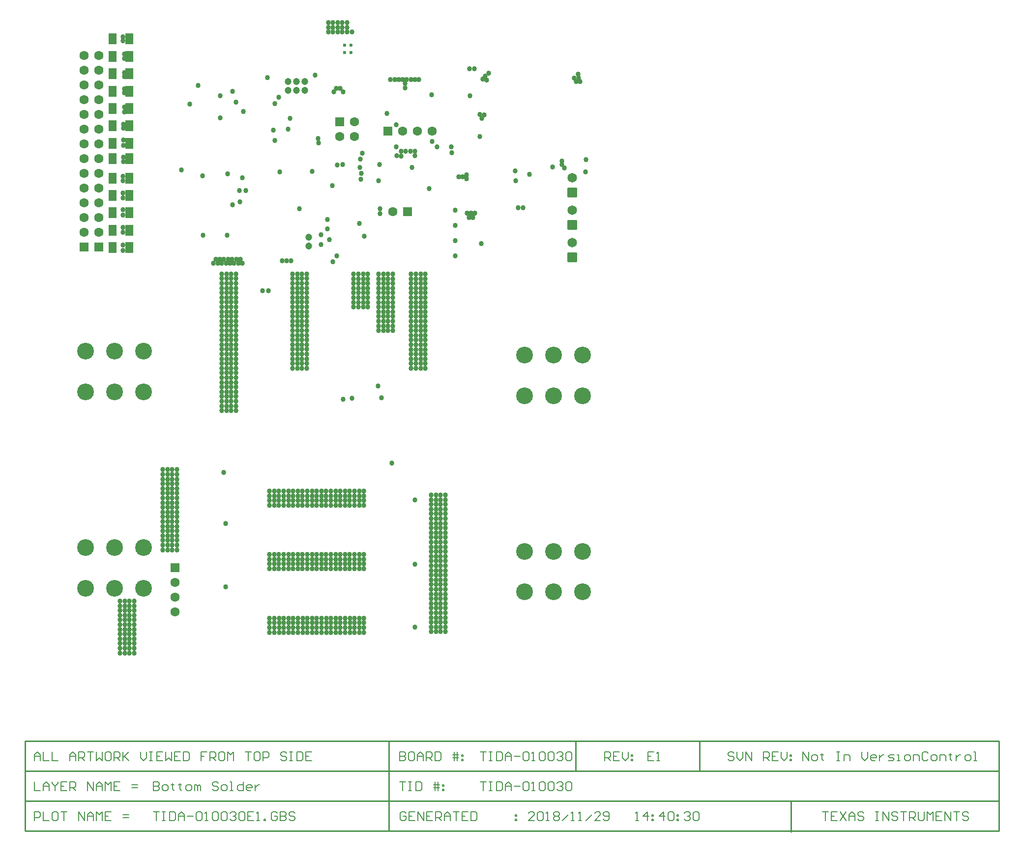
<source format=gbs>
G04 Layer_Color=16711935*
%FSAX25Y25*%
%MOIN*%
G70*
G01*
G75*
%ADD50C,0.01000*%
%ADD63C,0.00800*%
%ADD121R,0.05512X0.07677*%
%ADD140C,0.06299*%
%ADD141R,0.06299X0.06299*%
%ADD142C,0.11394*%
%ADD143C,0.04724*%
G04:AMPARAMS|DCode=144|XSize=64.96mil|YSize=64.96mil|CornerRadius=3.8mil|HoleSize=0mil|Usage=FLASHONLY|Rotation=90.000|XOffset=0mil|YOffset=0mil|HoleType=Round|Shape=RoundedRectangle|*
%AMROUNDEDRECTD144*
21,1,0.06496,0.05736,0,0,90.0*
21,1,0.05736,0.06496,0,0,90.0*
1,1,0.00760,0.02868,0.02868*
1,1,0.00760,0.02868,-0.02868*
1,1,0.00760,-0.02868,-0.02868*
1,1,0.00760,-0.02868,0.02868*
%
%ADD144ROUNDEDRECTD144*%
%ADD145C,0.06496*%
%ADD146R,0.06299X0.06299*%
%ADD147C,0.03394*%
%ADD148C,0.02362*%
G54D50*
X0559400Y0039400D02*
Y0059683D01*
X0440500Y0040050D02*
X0700200D01*
Y0101050D01*
X0286500Y0040050D02*
Y0101050D01*
X0040000Y0040050D02*
Y0101050D01*
X0040050Y0040050D02*
X0197600D01*
X0040050D02*
Y0101050D01*
Y0101050D02*
X0700200D01*
X0040000Y0040050D02*
X0440500D01*
X0040000Y0060383D02*
X0700000D01*
X0040000Y0080717D02*
X0700200D01*
X0413200D02*
Y0101050D01*
X0497200Y0080717D02*
Y0101050D01*
G54D63*
X0126900Y0073549D02*
Y0067551D01*
X0129899D01*
X0130899Y0068550D01*
Y0069550D01*
X0129899Y0070550D01*
X0126900D01*
X0129899D01*
X0130899Y0071549D01*
Y0072549D01*
X0129899Y0073549D01*
X0126900D01*
X0133898Y0067551D02*
X0135897D01*
X0136897Y0068550D01*
Y0070550D01*
X0135897Y0071549D01*
X0133898D01*
X0132898Y0070550D01*
Y0068550D01*
X0133898Y0067551D01*
X0139896Y0072549D02*
Y0071549D01*
X0138896D01*
X0140895D01*
X0139896D01*
Y0068550D01*
X0140895Y0067551D01*
X0144894Y0072549D02*
Y0071549D01*
X0143895D01*
X0145894D01*
X0144894D01*
Y0068550D01*
X0145894Y0067551D01*
X0149893D02*
X0151892D01*
X0152892Y0068550D01*
Y0070550D01*
X0151892Y0071549D01*
X0149893D01*
X0148893Y0070550D01*
Y0068550D01*
X0149893Y0067551D01*
X0154891D02*
Y0071549D01*
X0155891D01*
X0156890Y0070550D01*
Y0067551D01*
Y0070550D01*
X0157890Y0071549D01*
X0158890Y0070550D01*
Y0067551D01*
X0170886Y0072549D02*
X0169886Y0073549D01*
X0167887D01*
X0166887Y0072549D01*
Y0071549D01*
X0167887Y0070550D01*
X0169886D01*
X0170886Y0069550D01*
Y0068550D01*
X0169886Y0067551D01*
X0167887D01*
X0166887Y0068550D01*
X0173885Y0067551D02*
X0175884D01*
X0176884Y0068550D01*
Y0070550D01*
X0175884Y0071549D01*
X0173885D01*
X0172885Y0070550D01*
Y0068550D01*
X0173885Y0067551D01*
X0178883D02*
X0180883D01*
X0179883D01*
Y0073549D01*
X0178883D01*
X0187880D02*
Y0067551D01*
X0184881D01*
X0183882Y0068550D01*
Y0070550D01*
X0184881Y0071549D01*
X0187880D01*
X0192879Y0067551D02*
X0190879D01*
X0189880Y0068550D01*
Y0070550D01*
X0190879Y0071549D01*
X0192879D01*
X0193878Y0070550D01*
Y0069550D01*
X0189880D01*
X0195878Y0071549D02*
Y0067551D01*
Y0069550D01*
X0196877Y0070550D01*
X0197877Y0071549D01*
X0198877D01*
X0348550Y0073498D02*
X0352549D01*
X0350549D01*
Y0067500D01*
X0354548Y0073498D02*
X0356547D01*
X0355548D01*
Y0067500D01*
X0354548D01*
X0356547D01*
X0359546Y0073498D02*
Y0067500D01*
X0362545D01*
X0363545Y0068500D01*
Y0072498D01*
X0362545Y0073498D01*
X0359546D01*
X0365545Y0067500D02*
Y0071499D01*
X0367544Y0073498D01*
X0369543Y0071499D01*
Y0067500D01*
Y0070499D01*
X0365545D01*
X0371543D02*
X0375541D01*
X0377541Y0072498D02*
X0378540Y0073498D01*
X0380540D01*
X0381539Y0072498D01*
Y0068500D01*
X0380540Y0067500D01*
X0378540D01*
X0377541Y0068500D01*
Y0072498D01*
X0383539Y0067500D02*
X0385538D01*
X0384538D01*
Y0073498D01*
X0383539Y0072498D01*
X0388537D02*
X0389537Y0073498D01*
X0391536D01*
X0392536Y0072498D01*
Y0068500D01*
X0391536Y0067500D01*
X0389537D01*
X0388537Y0068500D01*
Y0072498D01*
X0394535D02*
X0395535Y0073498D01*
X0397534D01*
X0398534Y0072498D01*
Y0068500D01*
X0397534Y0067500D01*
X0395535D01*
X0394535Y0068500D01*
Y0072498D01*
X0400533D02*
X0401533Y0073498D01*
X0403532D01*
X0404532Y0072498D01*
Y0071499D01*
X0403532Y0070499D01*
X0402532D01*
X0403532D01*
X0404532Y0069499D01*
Y0068500D01*
X0403532Y0067500D01*
X0401533D01*
X0400533Y0068500D01*
X0406531Y0072498D02*
X0407531Y0073498D01*
X0409530D01*
X0410530Y0072498D01*
Y0068500D01*
X0409530Y0067500D01*
X0407531D01*
X0406531Y0068500D01*
Y0072498D01*
X0294000Y0073498D02*
X0297999D01*
X0295999D01*
Y0067500D01*
X0299998Y0073498D02*
X0301997D01*
X0300998D01*
Y0067500D01*
X0299998D01*
X0301997D01*
X0304996Y0073498D02*
Y0067500D01*
X0307996D01*
X0308995Y0068500D01*
Y0072498D01*
X0307996Y0073498D01*
X0304996D01*
X0317992Y0067500D02*
Y0073498D01*
X0319992D02*
Y0067500D01*
X0316993Y0071499D02*
X0319992D01*
X0320991D01*
X0316993Y0069499D02*
X0320991D01*
X0322991Y0071499D02*
X0323990D01*
Y0070499D01*
X0322991D01*
Y0071499D01*
Y0068500D02*
X0323990D01*
Y0067500D01*
X0322991D01*
Y0068500D01*
X0580500Y0052965D02*
X0584499D01*
X0582499D01*
Y0046966D01*
X0590497Y0052965D02*
X0586498D01*
Y0046966D01*
X0590497D01*
X0586498Y0049966D02*
X0588497D01*
X0592496Y0052965D02*
X0596495Y0046966D01*
Y0052965D02*
X0592496Y0046966D01*
X0598494D02*
Y0050965D01*
X0600493Y0052965D01*
X0602493Y0050965D01*
Y0046966D01*
Y0049966D01*
X0598494D01*
X0608491Y0051965D02*
X0607491Y0052965D01*
X0605492D01*
X0604492Y0051965D01*
Y0050965D01*
X0605492Y0049966D01*
X0607491D01*
X0608491Y0048966D01*
Y0047966D01*
X0607491Y0046966D01*
X0605492D01*
X0604492Y0047966D01*
X0616488Y0052965D02*
X0618488D01*
X0617488D01*
Y0046966D01*
X0616488D01*
X0618488D01*
X0621487D02*
Y0052965D01*
X0625486Y0046966D01*
Y0052965D01*
X0631484Y0051965D02*
X0630484Y0052965D01*
X0628484D01*
X0627485Y0051965D01*
Y0050965D01*
X0628484Y0049966D01*
X0630484D01*
X0631484Y0048966D01*
Y0047966D01*
X0630484Y0046966D01*
X0628484D01*
X0627485Y0047966D01*
X0633483Y0052965D02*
X0637482D01*
X0635482D01*
Y0046966D01*
X0639481D02*
Y0052965D01*
X0642480D01*
X0643480Y0051965D01*
Y0049966D01*
X0642480Y0048966D01*
X0639481D01*
X0641480D02*
X0643480Y0046966D01*
X0645479Y0052965D02*
Y0047966D01*
X0646479Y0046966D01*
X0648478D01*
X0649478Y0047966D01*
Y0052965D01*
X0651477Y0046966D02*
Y0052965D01*
X0653476Y0050965D01*
X0655476Y0052965D01*
Y0046966D01*
X0661474Y0052965D02*
X0657475D01*
Y0046966D01*
X0661474D01*
X0657475Y0049966D02*
X0659474D01*
X0663473Y0046966D02*
Y0052965D01*
X0667472Y0046966D01*
Y0052965D01*
X0669471D02*
X0673470D01*
X0671471D01*
Y0046966D01*
X0679468Y0051965D02*
X0678468Y0052965D01*
X0676469D01*
X0675469Y0051965D01*
Y0050965D01*
X0676469Y0049966D01*
X0678468D01*
X0679468Y0048966D01*
Y0047966D01*
X0678468Y0046966D01*
X0676469D01*
X0675469Y0047966D01*
X0454050Y0046966D02*
X0456049D01*
X0455050D01*
Y0052965D01*
X0454050Y0051965D01*
X0462047Y0046966D02*
Y0052965D01*
X0459048Y0049966D01*
X0463047D01*
X0465046Y0050965D02*
X0466046D01*
Y0049966D01*
X0465046D01*
Y0050965D01*
Y0047966D02*
X0466046D01*
Y0046966D01*
X0465046D01*
Y0047966D01*
X0473044Y0046966D02*
Y0052965D01*
X0470045Y0049966D01*
X0474044D01*
X0476043Y0051965D02*
X0477043Y0052965D01*
X0479042D01*
X0480042Y0051965D01*
Y0047966D01*
X0479042Y0046966D01*
X0477043D01*
X0476043Y0047966D01*
Y0051965D01*
X0482041Y0050965D02*
X0483041D01*
Y0049966D01*
X0482041D01*
Y0050965D01*
Y0047966D02*
X0483041D01*
Y0046966D01*
X0482041D01*
Y0047966D01*
X0487039Y0051965D02*
X0488039Y0052965D01*
X0490038D01*
X0491038Y0051965D01*
Y0050965D01*
X0490038Y0049966D01*
X0489039D01*
X0490038D01*
X0491038Y0048966D01*
Y0047966D01*
X0490038Y0046966D01*
X0488039D01*
X0487039Y0047966D01*
X0493037Y0051965D02*
X0494037Y0052965D01*
X0496036D01*
X0497036Y0051965D01*
Y0047966D01*
X0496036Y0046966D01*
X0494037D01*
X0493037Y0047966D01*
Y0051965D01*
X0046350Y0046966D02*
Y0052965D01*
X0049349D01*
X0050349Y0051965D01*
Y0049966D01*
X0049349Y0048966D01*
X0046350D01*
X0052348Y0052965D02*
Y0046966D01*
X0056347D01*
X0061345Y0052965D02*
X0059346D01*
X0058346Y0051965D01*
Y0047966D01*
X0059346Y0046966D01*
X0061345D01*
X0062345Y0047966D01*
Y0051965D01*
X0061345Y0052965D01*
X0064344D02*
X0068343D01*
X0066343D01*
Y0046966D01*
X0076340D02*
Y0052965D01*
X0080339Y0046966D01*
Y0052965D01*
X0082338Y0046966D02*
Y0050965D01*
X0084338Y0052965D01*
X0086337Y0050965D01*
Y0046966D01*
Y0049966D01*
X0082338D01*
X0088336Y0046966D02*
Y0052965D01*
X0090336Y0050965D01*
X0092335Y0052965D01*
Y0046966D01*
X0098333Y0052965D02*
X0094335D01*
Y0046966D01*
X0098333D01*
X0094335Y0049966D02*
X0096334D01*
X0106331Y0048966D02*
X0110329D01*
X0106331Y0050965D02*
X0110329D01*
X0046350Y0073549D02*
Y0067551D01*
X0050349D01*
X0052348D02*
Y0071549D01*
X0054347Y0073549D01*
X0056347Y0071549D01*
Y0067551D01*
Y0070550D01*
X0052348D01*
X0058346Y0073549D02*
Y0072549D01*
X0060346Y0070550D01*
X0062345Y0072549D01*
Y0073549D01*
X0060346Y0070550D02*
Y0067551D01*
X0068343Y0073549D02*
X0064344D01*
Y0067551D01*
X0068343D01*
X0064344Y0070550D02*
X0066343D01*
X0070342Y0067551D02*
Y0073549D01*
X0073341D01*
X0074341Y0072549D01*
Y0070550D01*
X0073341Y0069550D01*
X0070342D01*
X0072342D02*
X0074341Y0067551D01*
X0082338D02*
Y0073549D01*
X0086337Y0067551D01*
Y0073549D01*
X0088336Y0067551D02*
Y0071549D01*
X0090336Y0073549D01*
X0092335Y0071549D01*
Y0067551D01*
Y0070550D01*
X0088336D01*
X0094335Y0067551D02*
Y0073549D01*
X0096334Y0071549D01*
X0098333Y0073549D01*
Y0067551D01*
X0104331Y0073549D02*
X0100332D01*
Y0067551D01*
X0104331D01*
X0100332Y0070550D02*
X0102332D01*
X0112329Y0069550D02*
X0116327D01*
X0112329Y0071549D02*
X0116327D01*
X0294000Y0093831D02*
Y0087833D01*
X0296999D01*
X0297999Y0088833D01*
Y0089833D01*
X0296999Y0090832D01*
X0294000D01*
X0296999D01*
X0297999Y0091832D01*
Y0092832D01*
X0296999Y0093831D01*
X0294000D01*
X0302997D02*
X0300998D01*
X0299998Y0092832D01*
Y0088833D01*
X0300998Y0087833D01*
X0302997D01*
X0303997Y0088833D01*
Y0092832D01*
X0302997Y0093831D01*
X0305996Y0087833D02*
Y0091832D01*
X0307996Y0093831D01*
X0309995Y0091832D01*
Y0087833D01*
Y0090832D01*
X0305996D01*
X0311994Y0087833D02*
Y0093831D01*
X0314993D01*
X0315993Y0092832D01*
Y0090832D01*
X0314993Y0089833D01*
X0311994D01*
X0313994D02*
X0315993Y0087833D01*
X0317992Y0093831D02*
Y0087833D01*
X0320991D01*
X0321991Y0088833D01*
Y0092832D01*
X0320991Y0093831D01*
X0317992D01*
X0330988Y0087833D02*
Y0093831D01*
X0332987D02*
Y0087833D01*
X0329988Y0091832D02*
X0332987D01*
X0333987D01*
X0329988Y0089833D02*
X0333987D01*
X0335986Y0091832D02*
X0336986D01*
Y0090832D01*
X0335986D01*
Y0091832D01*
Y0088833D02*
X0336986D01*
Y0087833D01*
X0335986D01*
Y0088833D01*
X0348550Y0093831D02*
X0352549D01*
X0350549D01*
Y0087833D01*
X0354548Y0093831D02*
X0356547D01*
X0355548D01*
Y0087833D01*
X0354548D01*
X0356547D01*
X0359546Y0093831D02*
Y0087833D01*
X0362545D01*
X0363545Y0088833D01*
Y0092832D01*
X0362545Y0093831D01*
X0359546D01*
X0365545Y0087833D02*
Y0091832D01*
X0367544Y0093831D01*
X0369543Y0091832D01*
Y0087833D01*
Y0090832D01*
X0365545D01*
X0371543D02*
X0375541D01*
X0377541Y0092832D02*
X0378540Y0093831D01*
X0380540D01*
X0381539Y0092832D01*
Y0088833D01*
X0380540Y0087833D01*
X0378540D01*
X0377541Y0088833D01*
Y0092832D01*
X0383539Y0087833D02*
X0385538D01*
X0384538D01*
Y0093831D01*
X0383539Y0092832D01*
X0388537D02*
X0389537Y0093831D01*
X0391536D01*
X0392536Y0092832D01*
Y0088833D01*
X0391536Y0087833D01*
X0389537D01*
X0388537Y0088833D01*
Y0092832D01*
X0394535D02*
X0395535Y0093831D01*
X0397534D01*
X0398534Y0092832D01*
Y0088833D01*
X0397534Y0087833D01*
X0395535D01*
X0394535Y0088833D01*
Y0092832D01*
X0400533D02*
X0401533Y0093831D01*
X0403532D01*
X0404532Y0092832D01*
Y0091832D01*
X0403532Y0090832D01*
X0402532D01*
X0403532D01*
X0404532Y0089833D01*
Y0088833D01*
X0403532Y0087833D01*
X0401533D01*
X0400533Y0088833D01*
X0406531Y0092832D02*
X0407531Y0093831D01*
X0409530D01*
X0410530Y0092832D01*
Y0088833D01*
X0409530Y0087833D01*
X0407531D01*
X0406531Y0088833D01*
Y0092832D01*
X0466149Y0093831D02*
X0462150D01*
Y0087833D01*
X0466149D01*
X0462150Y0090832D02*
X0464149D01*
X0468148Y0087833D02*
X0470147D01*
X0469148D01*
Y0093831D01*
X0468148Y0092832D01*
X0046350Y0087833D02*
Y0091832D01*
X0048349Y0093831D01*
X0050349Y0091832D01*
Y0087833D01*
Y0090832D01*
X0046350D01*
X0052348Y0093831D02*
Y0087833D01*
X0056347D01*
X0058346Y0093831D02*
Y0087833D01*
X0062345D01*
X0070342D02*
Y0091832D01*
X0072342Y0093831D01*
X0074341Y0091832D01*
Y0087833D01*
Y0090832D01*
X0070342D01*
X0076340Y0087833D02*
Y0093831D01*
X0079339D01*
X0080339Y0092832D01*
Y0090832D01*
X0079339Y0089833D01*
X0076340D01*
X0078340D02*
X0080339Y0087833D01*
X0082338Y0093831D02*
X0086337D01*
X0084338D01*
Y0087833D01*
X0088336Y0093831D02*
Y0087833D01*
X0090336Y0089833D01*
X0092335Y0087833D01*
Y0093831D01*
X0097334D02*
X0095334D01*
X0094335Y0092832D01*
Y0088833D01*
X0095334Y0087833D01*
X0097334D01*
X0098333Y0088833D01*
Y0092832D01*
X0097334Y0093831D01*
X0100332Y0087833D02*
Y0093831D01*
X0103332D01*
X0104331Y0092832D01*
Y0090832D01*
X0103332Y0089833D01*
X0100332D01*
X0102332D02*
X0104331Y0087833D01*
X0106331Y0093831D02*
Y0087833D01*
Y0089833D01*
X0110329Y0093831D01*
X0107330Y0090832D01*
X0110329Y0087833D01*
X0118327Y0093831D02*
Y0089833D01*
X0120326Y0087833D01*
X0122325Y0089833D01*
Y0093831D01*
X0124325D02*
X0126324D01*
X0125324D01*
Y0087833D01*
X0124325D01*
X0126324D01*
X0133322Y0093831D02*
X0129323D01*
Y0087833D01*
X0133322D01*
X0129323Y0090832D02*
X0131323D01*
X0135321Y0093831D02*
Y0087833D01*
X0137321Y0089833D01*
X0139320Y0087833D01*
Y0093831D01*
X0145318D02*
X0141319D01*
Y0087833D01*
X0145318D01*
X0141319Y0090832D02*
X0143319D01*
X0147317Y0093831D02*
Y0087833D01*
X0150316D01*
X0151316Y0088833D01*
Y0092832D01*
X0150316Y0093831D01*
X0147317D01*
X0163312D02*
X0159313D01*
Y0090832D01*
X0161313D01*
X0159313D01*
Y0087833D01*
X0165312D02*
Y0093831D01*
X0168310D01*
X0169310Y0092832D01*
Y0090832D01*
X0168310Y0089833D01*
X0165312D01*
X0167311D02*
X0169310Y0087833D01*
X0174309Y0093831D02*
X0172309D01*
X0171310Y0092832D01*
Y0088833D01*
X0172309Y0087833D01*
X0174309D01*
X0175308Y0088833D01*
Y0092832D01*
X0174309Y0093831D01*
X0177308Y0087833D02*
Y0093831D01*
X0179307Y0091832D01*
X0181306Y0093831D01*
Y0087833D01*
X0189304Y0093831D02*
X0193303D01*
X0191303D01*
Y0087833D01*
X0198301Y0093831D02*
X0196301D01*
X0195302Y0092832D01*
Y0088833D01*
X0196301Y0087833D01*
X0198301D01*
X0199301Y0088833D01*
Y0092832D01*
X0198301Y0093831D01*
X0201300Y0087833D02*
Y0093831D01*
X0204299D01*
X0205299Y0092832D01*
Y0090832D01*
X0204299Y0089833D01*
X0201300D01*
X0217295Y0092832D02*
X0216295Y0093831D01*
X0214296D01*
X0213296Y0092832D01*
Y0091832D01*
X0214296Y0090832D01*
X0216295D01*
X0217295Y0089833D01*
Y0088833D01*
X0216295Y0087833D01*
X0214296D01*
X0213296Y0088833D01*
X0219294Y0093831D02*
X0221293D01*
X0220294D01*
Y0087833D01*
X0219294D01*
X0221293D01*
X0224292Y0093831D02*
Y0087833D01*
X0227291D01*
X0228291Y0088833D01*
Y0092832D01*
X0227291Y0093831D01*
X0224292D01*
X0234289D02*
X0230291D01*
Y0087833D01*
X0234289D01*
X0230291Y0090832D02*
X0232290D01*
X0298199Y0051965D02*
X0297199Y0052965D01*
X0295200D01*
X0294200Y0051965D01*
Y0047966D01*
X0295200Y0046966D01*
X0297199D01*
X0298199Y0047966D01*
Y0049966D01*
X0296199D01*
X0304197Y0052965D02*
X0300198D01*
Y0046966D01*
X0304197D01*
X0300198Y0049966D02*
X0302197D01*
X0306196Y0046966D02*
Y0052965D01*
X0310195Y0046966D01*
Y0052965D01*
X0316193D02*
X0312194D01*
Y0046966D01*
X0316193D01*
X0312194Y0049966D02*
X0314194D01*
X0318192Y0046966D02*
Y0052965D01*
X0321191D01*
X0322191Y0051965D01*
Y0049966D01*
X0321191Y0048966D01*
X0318192D01*
X0320192D02*
X0322191Y0046966D01*
X0324190D02*
Y0050965D01*
X0326190Y0052965D01*
X0328189Y0050965D01*
Y0046966D01*
Y0049966D01*
X0324190D01*
X0330188Y0052965D02*
X0334187D01*
X0332188D01*
Y0046966D01*
X0340185Y0052965D02*
X0336186D01*
Y0046966D01*
X0340185D01*
X0336186Y0049966D02*
X0338186D01*
X0342184Y0052965D02*
Y0046966D01*
X0345183D01*
X0346183Y0047966D01*
Y0051965D01*
X0345183Y0052965D01*
X0342184D01*
X0372175Y0050965D02*
X0373175D01*
Y0049966D01*
X0372175D01*
Y0050965D01*
Y0047966D02*
X0373175D01*
Y0046966D01*
X0372175D01*
Y0047966D01*
X0385149Y0046966D02*
X0381150D01*
X0385149Y0050965D01*
Y0051965D01*
X0384149Y0052965D01*
X0382150D01*
X0381150Y0051965D01*
X0387148D02*
X0388148Y0052965D01*
X0390147D01*
X0391147Y0051965D01*
Y0047966D01*
X0390147Y0046966D01*
X0388148D01*
X0387148Y0047966D01*
Y0051965D01*
X0393146Y0046966D02*
X0395146D01*
X0394146D01*
Y0052965D01*
X0393146Y0051965D01*
X0398145D02*
X0399144Y0052965D01*
X0401144D01*
X0402143Y0051965D01*
Y0050965D01*
X0401144Y0049966D01*
X0402143Y0048966D01*
Y0047966D01*
X0401144Y0046966D01*
X0399144D01*
X0398145Y0047966D01*
Y0048966D01*
X0399144Y0049966D01*
X0398145Y0050965D01*
Y0051965D01*
X0399144Y0049966D02*
X0401144D01*
X0404143Y0046966D02*
X0408141Y0050965D01*
X0410141Y0046966D02*
X0412140D01*
X0411140D01*
Y0052965D01*
X0410141Y0051965D01*
X0415139Y0046966D02*
X0417138D01*
X0416139D01*
Y0052965D01*
X0415139Y0051965D01*
X0420137Y0046966D02*
X0424136Y0050965D01*
X0430134Y0046966D02*
X0426135D01*
X0430134Y0050965D01*
Y0051965D01*
X0429135Y0052965D01*
X0427135D01*
X0426135Y0051965D01*
X0432133Y0047966D02*
X0433133Y0046966D01*
X0435133D01*
X0436132Y0047966D01*
Y0051965D01*
X0435133Y0052965D01*
X0433133D01*
X0432133Y0051965D01*
Y0050965D01*
X0433133Y0049966D01*
X0436132D01*
X0126900Y0052965D02*
X0130899D01*
X0128899D01*
Y0046966D01*
X0132898Y0052965D02*
X0134897D01*
X0133898D01*
Y0046966D01*
X0132898D01*
X0134897D01*
X0137896Y0052965D02*
Y0046966D01*
X0140895D01*
X0141895Y0047966D01*
Y0051965D01*
X0140895Y0052965D01*
X0137896D01*
X0143895Y0046966D02*
Y0050965D01*
X0145894Y0052965D01*
X0147893Y0050965D01*
Y0046966D01*
Y0049966D01*
X0143895D01*
X0149893D02*
X0153891D01*
X0155891Y0051965D02*
X0156890Y0052965D01*
X0158890D01*
X0159889Y0051965D01*
Y0047966D01*
X0158890Y0046966D01*
X0156890D01*
X0155891Y0047966D01*
Y0051965D01*
X0161889Y0046966D02*
X0163888D01*
X0162888D01*
Y0052965D01*
X0161889Y0051965D01*
X0166887D02*
X0167887Y0052965D01*
X0169886D01*
X0170886Y0051965D01*
Y0047966D01*
X0169886Y0046966D01*
X0167887D01*
X0166887Y0047966D01*
Y0051965D01*
X0172885D02*
X0173885Y0052965D01*
X0175884D01*
X0176884Y0051965D01*
Y0047966D01*
X0175884Y0046966D01*
X0173885D01*
X0172885Y0047966D01*
Y0051965D01*
X0178883D02*
X0179883Y0052965D01*
X0181882D01*
X0182882Y0051965D01*
Y0050965D01*
X0181882Y0049966D01*
X0180883D01*
X0181882D01*
X0182882Y0048966D01*
Y0047966D01*
X0181882Y0046966D01*
X0179883D01*
X0178883Y0047966D01*
X0184881Y0051965D02*
X0185881Y0052965D01*
X0187880D01*
X0188880Y0051965D01*
Y0047966D01*
X0187880Y0046966D01*
X0185881D01*
X0184881Y0047966D01*
Y0051965D01*
X0194878Y0052965D02*
X0190879D01*
Y0046966D01*
X0194878D01*
X0190879Y0049966D02*
X0192879D01*
X0196877Y0046966D02*
X0198877D01*
X0197877D01*
Y0052965D01*
X0196877Y0051965D01*
X0201876Y0046966D02*
Y0047966D01*
X0202875D01*
Y0046966D01*
X0201876D01*
X0210873Y0051965D02*
X0209873Y0052965D01*
X0207874D01*
X0206874Y0051965D01*
Y0047966D01*
X0207874Y0046966D01*
X0209873D01*
X0210873Y0047966D01*
Y0049966D01*
X0208874D01*
X0212872Y0052965D02*
Y0046966D01*
X0215871D01*
X0216871Y0047966D01*
Y0048966D01*
X0215871Y0049966D01*
X0212872D01*
X0215871D01*
X0216871Y0050965D01*
Y0051965D01*
X0215871Y0052965D01*
X0212872D01*
X0222869Y0051965D02*
X0221869Y0052965D01*
X0219870D01*
X0218870Y0051965D01*
Y0050965D01*
X0219870Y0049966D01*
X0221869D01*
X0222869Y0048966D01*
Y0047966D01*
X0221869Y0046966D01*
X0219870D01*
X0218870Y0047966D01*
X0433000Y0087833D02*
Y0093831D01*
X0435999D01*
X0436999Y0092832D01*
Y0090832D01*
X0435999Y0089833D01*
X0433000D01*
X0434999D02*
X0436999Y0087833D01*
X0442997Y0093831D02*
X0438998D01*
Y0087833D01*
X0442997D01*
X0438998Y0090832D02*
X0440997D01*
X0444996Y0093831D02*
Y0089833D01*
X0446995Y0087833D01*
X0448995Y0089833D01*
Y0093831D01*
X0450994Y0091832D02*
X0451994D01*
Y0090832D01*
X0450994D01*
Y0091832D01*
Y0088833D02*
X0451994D01*
Y0087833D01*
X0450994D01*
Y0088833D01*
X0520799Y0092832D02*
X0519799Y0093831D01*
X0517800D01*
X0516800Y0092832D01*
Y0091832D01*
X0517800Y0090832D01*
X0519799D01*
X0520799Y0089833D01*
Y0088833D01*
X0519799Y0087833D01*
X0517800D01*
X0516800Y0088833D01*
X0522798Y0093831D02*
Y0089833D01*
X0524797Y0087833D01*
X0526797Y0089833D01*
Y0093831D01*
X0528796Y0087833D02*
Y0093831D01*
X0532795Y0087833D01*
Y0093831D01*
X0540792Y0087833D02*
Y0093831D01*
X0543791D01*
X0544791Y0092832D01*
Y0090832D01*
X0543791Y0089833D01*
X0540792D01*
X0542792D02*
X0544791Y0087833D01*
X0550789Y0093831D02*
X0546790D01*
Y0087833D01*
X0550789D01*
X0546790Y0090832D02*
X0548790D01*
X0552788Y0093831D02*
Y0089833D01*
X0554788Y0087833D01*
X0556787Y0089833D01*
Y0093831D01*
X0558786Y0091832D02*
X0559786D01*
Y0090832D01*
X0558786D01*
Y0091832D01*
Y0088833D02*
X0559786D01*
Y0087833D01*
X0558786D01*
Y0088833D01*
X0567400Y0087833D02*
Y0093831D01*
X0571399Y0087833D01*
Y0093831D01*
X0574398Y0087833D02*
X0576397D01*
X0577397Y0088833D01*
Y0090832D01*
X0576397Y0091832D01*
X0574398D01*
X0573398Y0090832D01*
Y0088833D01*
X0574398Y0087833D01*
X0580396Y0092832D02*
Y0091832D01*
X0579396D01*
X0581395D01*
X0580396D01*
Y0088833D01*
X0581395Y0087833D01*
X0590393Y0093831D02*
X0592392D01*
X0591392D01*
Y0087833D01*
X0590393D01*
X0592392D01*
X0595391D02*
Y0091832D01*
X0598390D01*
X0599390Y0090832D01*
Y0087833D01*
X0607387Y0093831D02*
Y0089833D01*
X0609386Y0087833D01*
X0611386Y0089833D01*
Y0093831D01*
X0616384Y0087833D02*
X0614385D01*
X0613385Y0088833D01*
Y0090832D01*
X0614385Y0091832D01*
X0616384D01*
X0617384Y0090832D01*
Y0089833D01*
X0613385D01*
X0619383Y0091832D02*
Y0087833D01*
Y0089833D01*
X0620383Y0090832D01*
X0621383Y0091832D01*
X0622382D01*
X0625381Y0087833D02*
X0628380D01*
X0629380Y0088833D01*
X0628380Y0089833D01*
X0626381D01*
X0625381Y0090832D01*
X0626381Y0091832D01*
X0629380D01*
X0631379Y0087833D02*
X0633379D01*
X0632379D01*
Y0091832D01*
X0631379D01*
X0637377Y0087833D02*
X0639377D01*
X0640376Y0088833D01*
Y0090832D01*
X0639377Y0091832D01*
X0637377D01*
X0636378Y0090832D01*
Y0088833D01*
X0637377Y0087833D01*
X0642376D02*
Y0091832D01*
X0645375D01*
X0646374Y0090832D01*
Y0087833D01*
X0652373Y0092832D02*
X0651373Y0093831D01*
X0649373D01*
X0648374Y0092832D01*
Y0088833D01*
X0649373Y0087833D01*
X0651373D01*
X0652373Y0088833D01*
X0655372Y0087833D02*
X0657371D01*
X0658371Y0088833D01*
Y0090832D01*
X0657371Y0091832D01*
X0655372D01*
X0654372Y0090832D01*
Y0088833D01*
X0655372Y0087833D01*
X0660370D02*
Y0091832D01*
X0663369D01*
X0664369Y0090832D01*
Y0087833D01*
X0667368Y0092832D02*
Y0091832D01*
X0666368D01*
X0668367D01*
X0667368D01*
Y0088833D01*
X0668367Y0087833D01*
X0671366Y0091832D02*
Y0087833D01*
Y0089833D01*
X0672366Y0090832D01*
X0673366Y0091832D01*
X0674365D01*
X0678364Y0087833D02*
X0680364D01*
X0681363Y0088833D01*
Y0090832D01*
X0680364Y0091832D01*
X0678364D01*
X0677364Y0090832D01*
Y0088833D01*
X0678364Y0087833D01*
X0683362D02*
X0685362D01*
X0684362D01*
Y0093831D01*
X0683362D01*
G54D121*
X0099382Y0577700D02*
D03*
X0110800D02*
D03*
X0099382Y0565892D02*
D03*
X0110800D02*
D03*
X0099382Y0554083D02*
D03*
X0110800D02*
D03*
X0099382Y0542275D02*
D03*
X0110800D02*
D03*
X0099382Y0530467D02*
D03*
X0110800D02*
D03*
X0099382Y0518658D02*
D03*
X0110800D02*
D03*
X0099382Y0506850D02*
D03*
X0110800D02*
D03*
X0099382Y0496342D02*
D03*
X0110800D02*
D03*
X0099382Y0483233D02*
D03*
X0110800D02*
D03*
X0099382Y0471425D02*
D03*
X0110800D02*
D03*
X0099382Y0459617D02*
D03*
X0110800D02*
D03*
X0099382Y0447808D02*
D03*
X0110800D02*
D03*
X0099382Y0436000D02*
D03*
X0110800D02*
D03*
G54D140*
X0090100Y0566300D02*
D03*
Y0556300D02*
D03*
Y0546300D02*
D03*
Y0536300D02*
D03*
Y0526300D02*
D03*
Y0516300D02*
D03*
Y0506300D02*
D03*
Y0496300D02*
D03*
Y0486300D02*
D03*
Y0476300D02*
D03*
Y0466300D02*
D03*
Y0456300D02*
D03*
Y0446300D02*
D03*
X0080000Y0566300D02*
D03*
Y0556300D02*
D03*
Y0546300D02*
D03*
Y0536300D02*
D03*
Y0526300D02*
D03*
Y0516300D02*
D03*
Y0506300D02*
D03*
Y0496300D02*
D03*
Y0486300D02*
D03*
Y0476300D02*
D03*
Y0466300D02*
D03*
Y0456300D02*
D03*
Y0446300D02*
D03*
X0141700Y0188700D02*
D03*
Y0198700D02*
D03*
Y0208700D02*
D03*
X0289200Y0460400D02*
D03*
X0296000Y0515200D02*
D03*
X0306000D02*
D03*
X0316000D02*
D03*
X0263400Y0521500D02*
D03*
X0253400Y0511500D02*
D03*
X0263400D02*
D03*
G54D141*
X0090100Y0436300D02*
D03*
X0080000D02*
D03*
X0141700Y0218700D02*
D03*
X0253400Y0521500D02*
D03*
G54D142*
X0080900Y0204800D02*
D03*
X0100600D02*
D03*
X0120300D02*
D03*
Y0232400D02*
D03*
X0100600D02*
D03*
X0080900D02*
D03*
Y0338100D02*
D03*
X0100600D02*
D03*
X0120300D02*
D03*
Y0365700D02*
D03*
X0100600D02*
D03*
X0080900D02*
D03*
X0378700Y0335600D02*
D03*
X0398400D02*
D03*
X0418100D02*
D03*
Y0363200D02*
D03*
X0398400D02*
D03*
X0378700D02*
D03*
Y0202300D02*
D03*
X0398400D02*
D03*
X0418100D02*
D03*
Y0229900D02*
D03*
X0398400D02*
D03*
X0378700D02*
D03*
G54D143*
X0232400Y0437247D02*
D03*
Y0443153D02*
D03*
X0218300Y0548653D02*
D03*
Y0542747D02*
D03*
X0224000Y0548653D02*
D03*
Y0542747D02*
D03*
X0229700Y0548653D02*
D03*
Y0542747D02*
D03*
G54D144*
X0410900Y0451350D02*
D03*
Y0473300D02*
D03*
Y0429400D02*
D03*
G54D145*
Y0461350D02*
D03*
Y0483300D02*
D03*
Y0439400D02*
D03*
G54D146*
X0299200Y0460400D02*
D03*
X0286000Y0515200D02*
D03*
G54D147*
X0255600Y0333200D02*
D03*
X0261700Y0333800D02*
D03*
X0185200Y0474900D02*
D03*
X0180700Y0465200D02*
D03*
X0185500Y0467000D02*
D03*
X0187400Y0483300D02*
D03*
X0258300Y0585500D02*
D03*
X0341400Y0557500D02*
D03*
X0279600Y0481500D02*
D03*
X0351400Y0526100D02*
D03*
X0176000Y0248800D02*
D03*
Y0205700D02*
D03*
X0304200Y0221000D02*
D03*
Y0264700D02*
D03*
X0318500Y0226500D02*
D03*
X0315300D02*
D03*
Y0232900D02*
D03*
Y0229700D02*
D03*
X0321700D02*
D03*
X0318500D02*
D03*
Y0236100D02*
D03*
Y0232900D02*
D03*
X0324900D02*
D03*
X0321700D02*
D03*
Y0239300D02*
D03*
Y0236100D02*
D03*
X0324900D02*
D03*
X0318500Y0261700D02*
D03*
Y0264900D02*
D03*
X0315300D02*
D03*
X0321700Y0261700D02*
D03*
Y0264900D02*
D03*
X0324900Y0261700D02*
D03*
X0315300Y0236100D02*
D03*
Y0239300D02*
D03*
Y0242500D02*
D03*
Y0245700D02*
D03*
Y0248900D02*
D03*
Y0252100D02*
D03*
Y0255300D02*
D03*
Y0258500D02*
D03*
Y0261700D02*
D03*
X0318500Y0255300D02*
D03*
Y0258500D02*
D03*
X0321700Y0255300D02*
D03*
Y0258500D02*
D03*
X0315300Y0268100D02*
D03*
X0246400Y0441400D02*
D03*
X0341700Y0539200D02*
D03*
X0414900Y0553900D02*
D03*
X0415200Y0551200D02*
D03*
X0416400Y0548700D02*
D03*
X0413700Y0548800D02*
D03*
X0412400Y0551100D02*
D03*
X0288700Y0289700D02*
D03*
X0113900Y0160900D02*
D03*
X0110700D02*
D03*
X0107500D02*
D03*
X0104300D02*
D03*
X0113900Y0164100D02*
D03*
X0110700D02*
D03*
X0107500D02*
D03*
X0104300D02*
D03*
X0113900Y0167300D02*
D03*
X0110700D02*
D03*
X0107500D02*
D03*
X0104300D02*
D03*
X0113900Y0170500D02*
D03*
X0110700D02*
D03*
X0107500D02*
D03*
X0104300D02*
D03*
X0113900Y0173700D02*
D03*
X0110700D02*
D03*
X0107500D02*
D03*
X0104300D02*
D03*
X0113900Y0176900D02*
D03*
X0110700D02*
D03*
X0107500D02*
D03*
X0104300D02*
D03*
X0113900Y0180100D02*
D03*
X0110700D02*
D03*
X0107500D02*
D03*
X0104300D02*
D03*
X0113900Y0183300D02*
D03*
X0110700D02*
D03*
X0107500D02*
D03*
X0104300D02*
D03*
X0113900Y0186500D02*
D03*
X0110700D02*
D03*
X0107500D02*
D03*
X0104300D02*
D03*
X0113900Y0189700D02*
D03*
X0110700D02*
D03*
X0107500D02*
D03*
X0104300D02*
D03*
X0113900Y0192900D02*
D03*
X0110700D02*
D03*
X0107500D02*
D03*
X0104300D02*
D03*
X0113900Y0196100D02*
D03*
X0110700D02*
D03*
X0107500D02*
D03*
X0104300D02*
D03*
X0133400Y0285300D02*
D03*
X0136600D02*
D03*
X0139800D02*
D03*
X0143000D02*
D03*
X0133400Y0282100D02*
D03*
X0143000D02*
D03*
X0139800D02*
D03*
X0136600D02*
D03*
X0133400Y0278900D02*
D03*
X0136600D02*
D03*
X0139800D02*
D03*
X0143000D02*
D03*
X0133400Y0275700D02*
D03*
X0136600D02*
D03*
X0139800D02*
D03*
X0143000D02*
D03*
X0133400Y0272500D02*
D03*
X0136600D02*
D03*
X0139800D02*
D03*
X0143000D02*
D03*
X0133400Y0269300D02*
D03*
X0136600D02*
D03*
X0139800D02*
D03*
X0143000D02*
D03*
X0133400Y0266100D02*
D03*
X0136600D02*
D03*
X0139800D02*
D03*
X0143000D02*
D03*
X0133400Y0262900D02*
D03*
X0136600D02*
D03*
X0139800D02*
D03*
X0143000D02*
D03*
X0133400Y0259700D02*
D03*
X0136600D02*
D03*
X0139800D02*
D03*
X0143000D02*
D03*
X0133400Y0256500D02*
D03*
X0136600D02*
D03*
X0139800D02*
D03*
X0143000D02*
D03*
X0133400Y0253300D02*
D03*
X0136600D02*
D03*
X0139800D02*
D03*
X0143000D02*
D03*
X0133400Y0250100D02*
D03*
X0136600D02*
D03*
X0139800D02*
D03*
X0143000D02*
D03*
X0133400Y0246900D02*
D03*
X0136600D02*
D03*
X0139800D02*
D03*
X0143000D02*
D03*
X0133400Y0243700D02*
D03*
X0136600D02*
D03*
X0139800D02*
D03*
X0143000D02*
D03*
X0133400Y0240500D02*
D03*
X0136600D02*
D03*
X0139800D02*
D03*
X0143000D02*
D03*
X0133400Y0237300D02*
D03*
X0136600D02*
D03*
X0139800D02*
D03*
X0143000D02*
D03*
X0133400Y0234100D02*
D03*
X0136600D02*
D03*
X0139800D02*
D03*
X0143000D02*
D03*
X0133400Y0230900D02*
D03*
X0136600D02*
D03*
X0139800D02*
D03*
X0143000D02*
D03*
X0324900Y0175300D02*
D03*
X0321700D02*
D03*
X0318500D02*
D03*
X0315300D02*
D03*
X0324900Y0178500D02*
D03*
X0321700D02*
D03*
X0318500D02*
D03*
X0315300D02*
D03*
X0324900Y0181700D02*
D03*
X0321700D02*
D03*
X0318500D02*
D03*
X0315300D02*
D03*
X0324900Y0184900D02*
D03*
X0321700D02*
D03*
X0318500D02*
D03*
X0315300D02*
D03*
X0324900Y0188100D02*
D03*
X0321700D02*
D03*
X0318500D02*
D03*
X0315300D02*
D03*
X0324900Y0191300D02*
D03*
X0321700D02*
D03*
X0318500D02*
D03*
X0315300D02*
D03*
X0324900Y0194500D02*
D03*
X0321700D02*
D03*
X0318500D02*
D03*
X0315300D02*
D03*
X0324900Y0197700D02*
D03*
X0321700D02*
D03*
X0318500D02*
D03*
X0315300D02*
D03*
X0324900Y0200900D02*
D03*
X0321700D02*
D03*
X0318500D02*
D03*
X0315300D02*
D03*
X0324900Y0204100D02*
D03*
X0321700D02*
D03*
X0318500D02*
D03*
X0315300D02*
D03*
X0324900Y0207300D02*
D03*
X0321700D02*
D03*
X0318500D02*
D03*
X0315300D02*
D03*
X0324900Y0210500D02*
D03*
X0321700D02*
D03*
X0318500D02*
D03*
X0315300D02*
D03*
X0324900Y0213700D02*
D03*
X0321700D02*
D03*
X0318500D02*
D03*
X0315300D02*
D03*
X0324900Y0216900D02*
D03*
X0321700D02*
D03*
X0318500D02*
D03*
X0315300D02*
D03*
X0324900Y0220100D02*
D03*
X0321700D02*
D03*
X0318500D02*
D03*
X0315300D02*
D03*
X0324900Y0223300D02*
D03*
X0321700D02*
D03*
X0318500D02*
D03*
X0315300D02*
D03*
X0324900Y0226500D02*
D03*
X0321700D02*
D03*
X0324900Y0229700D02*
D03*
Y0239300D02*
D03*
X0318500D02*
D03*
X0324900Y0242500D02*
D03*
X0321700D02*
D03*
X0318500D02*
D03*
X0324900Y0245700D02*
D03*
X0321700D02*
D03*
X0318500D02*
D03*
X0324900Y0248900D02*
D03*
X0321700D02*
D03*
X0318500D02*
D03*
X0324900Y0252100D02*
D03*
X0321700D02*
D03*
X0318500D02*
D03*
X0324900Y0255300D02*
D03*
Y0258500D02*
D03*
Y0264900D02*
D03*
Y0268100D02*
D03*
X0321700D02*
D03*
X0318500D02*
D03*
X0183000Y0325400D02*
D03*
X0179800D02*
D03*
X0176600D02*
D03*
X0173400D02*
D03*
X0183000Y0328600D02*
D03*
X0179800D02*
D03*
X0176600D02*
D03*
X0173400D02*
D03*
X0183000Y0331800D02*
D03*
X0179800D02*
D03*
X0176600D02*
D03*
X0173400D02*
D03*
X0183000Y0335000D02*
D03*
X0179800D02*
D03*
X0176600D02*
D03*
X0173400D02*
D03*
X0183000Y0338200D02*
D03*
X0179800D02*
D03*
X0176600D02*
D03*
X0173400D02*
D03*
X0183000Y0341400D02*
D03*
X0179800D02*
D03*
X0176600D02*
D03*
X0173400D02*
D03*
X0183000Y0344600D02*
D03*
X0179800D02*
D03*
X0176600D02*
D03*
X0173400D02*
D03*
X0183000Y0347800D02*
D03*
X0179800D02*
D03*
X0176600D02*
D03*
X0173400D02*
D03*
X0183000Y0351000D02*
D03*
X0179800D02*
D03*
X0176600D02*
D03*
X0173400D02*
D03*
X0183000Y0354200D02*
D03*
X0179800D02*
D03*
X0176600D02*
D03*
X0173400D02*
D03*
X0183000Y0357400D02*
D03*
X0173400D02*
D03*
X0176600D02*
D03*
X0179800D02*
D03*
X0183000Y0360600D02*
D03*
X0179800D02*
D03*
X0176600D02*
D03*
X0173400D02*
D03*
X0183000Y0363800D02*
D03*
X0179800D02*
D03*
X0176600D02*
D03*
X0173400D02*
D03*
X0183000Y0367000D02*
D03*
X0179800D02*
D03*
X0176600D02*
D03*
X0173400D02*
D03*
X0183000Y0370200D02*
D03*
X0179800D02*
D03*
X0176600D02*
D03*
X0173400D02*
D03*
X0183000Y0373400D02*
D03*
X0179800D02*
D03*
X0176600D02*
D03*
X0173400D02*
D03*
X0183000Y0376600D02*
D03*
X0179800D02*
D03*
X0176600D02*
D03*
X0173400D02*
D03*
X0183000Y0379800D02*
D03*
X0179800D02*
D03*
X0176600D02*
D03*
X0173400D02*
D03*
X0183000Y0383000D02*
D03*
X0179800D02*
D03*
X0176600D02*
D03*
X0173400D02*
D03*
X0183000Y0386200D02*
D03*
X0179800D02*
D03*
X0176600D02*
D03*
X0173400D02*
D03*
X0183000Y0389400D02*
D03*
X0179800D02*
D03*
X0176600D02*
D03*
X0173400D02*
D03*
X0183000Y0392600D02*
D03*
X0179800D02*
D03*
X0176600D02*
D03*
X0173400D02*
D03*
X0183000Y0395800D02*
D03*
X0179800D02*
D03*
X0176600D02*
D03*
X0173400D02*
D03*
X0183000Y0399000D02*
D03*
X0179800D02*
D03*
X0176600D02*
D03*
X0173400D02*
D03*
X0183000Y0402200D02*
D03*
X0179800D02*
D03*
X0176600D02*
D03*
X0173400D02*
D03*
X0183000Y0405400D02*
D03*
X0179800D02*
D03*
X0176600D02*
D03*
X0173400D02*
D03*
X0183000Y0408600D02*
D03*
X0179800D02*
D03*
X0176600D02*
D03*
X0173400D02*
D03*
X0183000Y0411800D02*
D03*
X0179800D02*
D03*
X0176600D02*
D03*
X0173400D02*
D03*
X0183000Y0415000D02*
D03*
X0179800D02*
D03*
X0176600D02*
D03*
X0173400D02*
D03*
X0183000Y0418200D02*
D03*
X0179800D02*
D03*
X0176600D02*
D03*
X0173400D02*
D03*
X0272400Y0395700D02*
D03*
X0269200D02*
D03*
X0266000D02*
D03*
X0262800D02*
D03*
X0272400Y0398900D02*
D03*
X0269200D02*
D03*
X0266000D02*
D03*
X0262800D02*
D03*
X0272400Y0402100D02*
D03*
X0269200D02*
D03*
X0266000D02*
D03*
X0262800D02*
D03*
X0272400Y0405300D02*
D03*
X0269200D02*
D03*
X0266000D02*
D03*
X0262800D02*
D03*
X0272400Y0408500D02*
D03*
X0269200D02*
D03*
X0266000D02*
D03*
X0262800D02*
D03*
X0272400Y0411700D02*
D03*
X0269200D02*
D03*
X0266000D02*
D03*
X0262800D02*
D03*
X0272400Y0414900D02*
D03*
X0269200D02*
D03*
X0266000D02*
D03*
X0262800D02*
D03*
X0272400Y0418100D02*
D03*
X0269200D02*
D03*
X0266000D02*
D03*
X0262800D02*
D03*
X0279700D02*
D03*
X0282900D02*
D03*
X0286100D02*
D03*
X0289300D02*
D03*
X0279700Y0414900D02*
D03*
X0282900D02*
D03*
X0286100D02*
D03*
X0289300D02*
D03*
X0279700Y0411700D02*
D03*
X0282900D02*
D03*
X0286100D02*
D03*
X0289300D02*
D03*
X0279700Y0408500D02*
D03*
X0282900D02*
D03*
X0286100D02*
D03*
X0289300D02*
D03*
X0279700Y0405300D02*
D03*
X0282900D02*
D03*
X0286100D02*
D03*
X0289300D02*
D03*
X0279700Y0402100D02*
D03*
X0282900D02*
D03*
X0286100D02*
D03*
X0289300D02*
D03*
X0279700Y0398900D02*
D03*
X0282900D02*
D03*
X0286100D02*
D03*
X0289300D02*
D03*
X0279700Y0395700D02*
D03*
X0282900D02*
D03*
X0286100D02*
D03*
X0289300D02*
D03*
X0279700Y0392500D02*
D03*
X0282900D02*
D03*
X0286100D02*
D03*
X0289300D02*
D03*
X0279700Y0389300D02*
D03*
X0282900D02*
D03*
X0286100D02*
D03*
X0289300D02*
D03*
X0279700Y0386100D02*
D03*
X0282900D02*
D03*
X0286100D02*
D03*
X0289300D02*
D03*
X0279700Y0382900D02*
D03*
X0282900D02*
D03*
X0286100D02*
D03*
X0289300D02*
D03*
X0279700Y0379700D02*
D03*
X0282900D02*
D03*
X0286100D02*
D03*
X0289300D02*
D03*
X0311400Y0354100D02*
D03*
X0308200D02*
D03*
X0305000D02*
D03*
X0301800D02*
D03*
X0311400Y0357300D02*
D03*
X0301800D02*
D03*
X0305000D02*
D03*
X0308200D02*
D03*
X0311400Y0360500D02*
D03*
X0308200D02*
D03*
X0305000D02*
D03*
X0301800D02*
D03*
X0311400Y0363700D02*
D03*
X0308200D02*
D03*
X0305000D02*
D03*
X0301800D02*
D03*
X0311400Y0366900D02*
D03*
X0308200D02*
D03*
X0305000D02*
D03*
X0301800D02*
D03*
X0311400Y0370100D02*
D03*
X0308200D02*
D03*
X0305000D02*
D03*
X0301800D02*
D03*
X0311400Y0373300D02*
D03*
X0308200D02*
D03*
X0305000D02*
D03*
X0301800D02*
D03*
X0311400Y0376500D02*
D03*
X0308200D02*
D03*
X0305000D02*
D03*
X0301800D02*
D03*
X0311400Y0379700D02*
D03*
X0308200D02*
D03*
X0305000D02*
D03*
X0301800D02*
D03*
X0311400Y0382900D02*
D03*
X0308200D02*
D03*
X0305000D02*
D03*
X0301800D02*
D03*
X0311400Y0386100D02*
D03*
X0308200D02*
D03*
X0305000D02*
D03*
X0301800D02*
D03*
X0311400Y0389300D02*
D03*
X0308200D02*
D03*
X0305000D02*
D03*
X0301800D02*
D03*
X0311400Y0392500D02*
D03*
X0308200D02*
D03*
X0305000D02*
D03*
X0301800D02*
D03*
X0311400Y0395700D02*
D03*
X0308200D02*
D03*
X0305000D02*
D03*
X0301800D02*
D03*
X0311400Y0398900D02*
D03*
X0308200D02*
D03*
X0305000D02*
D03*
X0301800D02*
D03*
X0311400Y0402100D02*
D03*
X0308200D02*
D03*
X0305000D02*
D03*
X0301800D02*
D03*
X0311400Y0405300D02*
D03*
X0308200D02*
D03*
X0305000D02*
D03*
X0301800D02*
D03*
X0311400Y0408500D02*
D03*
X0308200D02*
D03*
X0305000D02*
D03*
X0301800D02*
D03*
X0311400Y0411700D02*
D03*
X0308200D02*
D03*
X0305000D02*
D03*
X0301800D02*
D03*
X0311400Y0414900D02*
D03*
X0308200D02*
D03*
X0305000D02*
D03*
X0301800D02*
D03*
X0311400Y0418100D02*
D03*
X0308200D02*
D03*
X0305000D02*
D03*
X0301800D02*
D03*
X0205700Y0261200D02*
D03*
Y0264400D02*
D03*
Y0267600D02*
D03*
Y0270800D02*
D03*
X0208900Y0261200D02*
D03*
Y0270800D02*
D03*
Y0267600D02*
D03*
Y0264400D02*
D03*
X0212100Y0261200D02*
D03*
Y0264400D02*
D03*
Y0267600D02*
D03*
Y0270800D02*
D03*
X0215300Y0261200D02*
D03*
Y0264400D02*
D03*
Y0267600D02*
D03*
Y0270800D02*
D03*
X0218500Y0261200D02*
D03*
Y0264400D02*
D03*
Y0267600D02*
D03*
Y0270800D02*
D03*
X0221700Y0261200D02*
D03*
Y0264400D02*
D03*
Y0267600D02*
D03*
Y0270800D02*
D03*
X0224900Y0261200D02*
D03*
Y0264400D02*
D03*
Y0267600D02*
D03*
Y0270800D02*
D03*
X0228100Y0261200D02*
D03*
Y0264400D02*
D03*
Y0267600D02*
D03*
Y0270800D02*
D03*
X0231300Y0261200D02*
D03*
Y0264400D02*
D03*
Y0267600D02*
D03*
Y0270800D02*
D03*
X0234500Y0261200D02*
D03*
Y0264400D02*
D03*
Y0267600D02*
D03*
Y0270800D02*
D03*
X0237700Y0261200D02*
D03*
Y0264400D02*
D03*
Y0267600D02*
D03*
Y0270800D02*
D03*
X0240900Y0261200D02*
D03*
Y0264400D02*
D03*
Y0267600D02*
D03*
Y0270800D02*
D03*
X0244100Y0261200D02*
D03*
Y0264400D02*
D03*
Y0267600D02*
D03*
Y0270800D02*
D03*
X0247300Y0261200D02*
D03*
Y0264400D02*
D03*
Y0267600D02*
D03*
Y0270800D02*
D03*
X0250500Y0261200D02*
D03*
Y0264400D02*
D03*
Y0267600D02*
D03*
Y0270800D02*
D03*
X0253700Y0261200D02*
D03*
Y0264400D02*
D03*
Y0267600D02*
D03*
Y0270800D02*
D03*
X0256900Y0261200D02*
D03*
Y0264400D02*
D03*
Y0267600D02*
D03*
Y0270800D02*
D03*
X0260100Y0261200D02*
D03*
Y0264400D02*
D03*
Y0267600D02*
D03*
Y0270800D02*
D03*
X0263300Y0261200D02*
D03*
Y0264400D02*
D03*
Y0267600D02*
D03*
Y0270800D02*
D03*
X0266500Y0261200D02*
D03*
Y0264400D02*
D03*
Y0267600D02*
D03*
Y0270800D02*
D03*
X0269700Y0261200D02*
D03*
Y0264400D02*
D03*
Y0267600D02*
D03*
Y0270800D02*
D03*
X0205700Y0218200D02*
D03*
Y0221400D02*
D03*
Y0224600D02*
D03*
Y0227800D02*
D03*
X0208900Y0218200D02*
D03*
Y0227800D02*
D03*
Y0224600D02*
D03*
Y0221400D02*
D03*
X0212100Y0218200D02*
D03*
Y0221400D02*
D03*
Y0224600D02*
D03*
Y0227800D02*
D03*
X0215300Y0218200D02*
D03*
Y0221400D02*
D03*
Y0224600D02*
D03*
Y0227800D02*
D03*
X0218500Y0218200D02*
D03*
Y0221400D02*
D03*
Y0224600D02*
D03*
Y0227800D02*
D03*
X0221700Y0218200D02*
D03*
Y0221400D02*
D03*
Y0224600D02*
D03*
Y0227800D02*
D03*
X0224900Y0218200D02*
D03*
Y0221400D02*
D03*
Y0224600D02*
D03*
Y0227800D02*
D03*
X0228100Y0218200D02*
D03*
Y0221400D02*
D03*
Y0224600D02*
D03*
Y0227800D02*
D03*
X0231300Y0218200D02*
D03*
Y0221400D02*
D03*
Y0224600D02*
D03*
Y0227800D02*
D03*
X0234500Y0218200D02*
D03*
Y0221400D02*
D03*
Y0224600D02*
D03*
Y0227800D02*
D03*
X0237700Y0218200D02*
D03*
Y0221400D02*
D03*
Y0224600D02*
D03*
Y0227800D02*
D03*
X0240900Y0218200D02*
D03*
Y0221400D02*
D03*
Y0224600D02*
D03*
Y0227800D02*
D03*
X0244100Y0218200D02*
D03*
Y0221400D02*
D03*
Y0224600D02*
D03*
Y0227800D02*
D03*
X0247300Y0218200D02*
D03*
Y0221400D02*
D03*
Y0224600D02*
D03*
Y0227800D02*
D03*
X0250500Y0218200D02*
D03*
Y0221400D02*
D03*
Y0224600D02*
D03*
Y0227800D02*
D03*
X0253700Y0218200D02*
D03*
Y0221400D02*
D03*
Y0224600D02*
D03*
Y0227800D02*
D03*
X0256900Y0218200D02*
D03*
Y0221400D02*
D03*
Y0224600D02*
D03*
Y0227800D02*
D03*
X0260100Y0218200D02*
D03*
Y0221400D02*
D03*
Y0224600D02*
D03*
Y0227800D02*
D03*
X0263300Y0218200D02*
D03*
Y0221400D02*
D03*
Y0224600D02*
D03*
Y0227800D02*
D03*
X0266500Y0218200D02*
D03*
Y0221400D02*
D03*
Y0224600D02*
D03*
Y0227800D02*
D03*
X0269700Y0218200D02*
D03*
Y0221400D02*
D03*
Y0224600D02*
D03*
Y0227800D02*
D03*
X0205800Y0174900D02*
D03*
Y0178100D02*
D03*
Y0181300D02*
D03*
Y0184500D02*
D03*
X0209000Y0174900D02*
D03*
Y0184500D02*
D03*
Y0181300D02*
D03*
Y0178100D02*
D03*
X0212200Y0174900D02*
D03*
Y0178100D02*
D03*
Y0181300D02*
D03*
Y0184500D02*
D03*
X0215400Y0174900D02*
D03*
Y0178100D02*
D03*
Y0181300D02*
D03*
Y0184500D02*
D03*
X0218600Y0174900D02*
D03*
Y0178100D02*
D03*
Y0181300D02*
D03*
Y0184500D02*
D03*
X0221800Y0174900D02*
D03*
Y0178100D02*
D03*
Y0181300D02*
D03*
Y0184500D02*
D03*
X0225000Y0174900D02*
D03*
Y0178100D02*
D03*
Y0181300D02*
D03*
Y0184500D02*
D03*
X0228200Y0174900D02*
D03*
Y0178100D02*
D03*
Y0181300D02*
D03*
Y0184500D02*
D03*
X0231400Y0174900D02*
D03*
Y0178100D02*
D03*
Y0181300D02*
D03*
Y0184500D02*
D03*
X0234600Y0174900D02*
D03*
Y0178100D02*
D03*
Y0181300D02*
D03*
Y0184500D02*
D03*
X0237800Y0174900D02*
D03*
Y0178100D02*
D03*
Y0181300D02*
D03*
Y0184500D02*
D03*
X0241000Y0174900D02*
D03*
Y0178100D02*
D03*
Y0181300D02*
D03*
Y0184500D02*
D03*
X0244200Y0174900D02*
D03*
Y0178100D02*
D03*
Y0181300D02*
D03*
Y0184500D02*
D03*
X0247400Y0174900D02*
D03*
Y0178100D02*
D03*
Y0181300D02*
D03*
Y0184500D02*
D03*
X0250600Y0174900D02*
D03*
Y0178100D02*
D03*
Y0181300D02*
D03*
Y0184500D02*
D03*
X0253800Y0174900D02*
D03*
Y0178100D02*
D03*
Y0181300D02*
D03*
Y0184500D02*
D03*
X0257000Y0174900D02*
D03*
Y0178100D02*
D03*
Y0181300D02*
D03*
Y0184500D02*
D03*
X0260200Y0174900D02*
D03*
Y0178100D02*
D03*
Y0181300D02*
D03*
Y0184500D02*
D03*
X0263400Y0174900D02*
D03*
Y0178100D02*
D03*
Y0181300D02*
D03*
Y0184500D02*
D03*
X0266600Y0174900D02*
D03*
Y0178100D02*
D03*
Y0181300D02*
D03*
Y0184500D02*
D03*
X0269800Y0174900D02*
D03*
Y0178100D02*
D03*
Y0181300D02*
D03*
Y0184500D02*
D03*
X0230900Y0354200D02*
D03*
X0227700D02*
D03*
X0224500D02*
D03*
X0221300D02*
D03*
X0230900Y0357400D02*
D03*
X0227700D02*
D03*
X0224500D02*
D03*
X0221300D02*
D03*
X0230900Y0360600D02*
D03*
X0227700D02*
D03*
X0224500D02*
D03*
X0221300D02*
D03*
X0230900Y0363800D02*
D03*
X0227700D02*
D03*
X0224500D02*
D03*
X0221300D02*
D03*
X0230900Y0367000D02*
D03*
X0227700D02*
D03*
X0224500D02*
D03*
X0221300D02*
D03*
X0230900Y0370200D02*
D03*
X0227700D02*
D03*
X0224500D02*
D03*
X0221300D02*
D03*
X0230900Y0373400D02*
D03*
X0227700D02*
D03*
X0224500D02*
D03*
X0221300D02*
D03*
X0230900Y0376600D02*
D03*
X0227700D02*
D03*
X0224500D02*
D03*
X0221300D02*
D03*
X0230900Y0379800D02*
D03*
X0227700D02*
D03*
X0224500D02*
D03*
X0221300D02*
D03*
X0230900Y0383000D02*
D03*
X0227700D02*
D03*
X0224500D02*
D03*
X0221300D02*
D03*
X0230900Y0386200D02*
D03*
X0227700D02*
D03*
X0224500D02*
D03*
X0221300D02*
D03*
X0230900Y0389400D02*
D03*
X0227700D02*
D03*
X0224500D02*
D03*
X0221300D02*
D03*
X0230900Y0392600D02*
D03*
X0227700D02*
D03*
X0224500D02*
D03*
X0221300D02*
D03*
X0230900Y0395800D02*
D03*
X0227700D02*
D03*
X0224500D02*
D03*
X0221300D02*
D03*
X0230900Y0399000D02*
D03*
X0227700D02*
D03*
X0224500D02*
D03*
X0221300D02*
D03*
X0230900Y0402200D02*
D03*
X0227700D02*
D03*
X0224500D02*
D03*
X0221300D02*
D03*
X0230900Y0405400D02*
D03*
X0227700D02*
D03*
X0224500D02*
D03*
X0221300D02*
D03*
X0230900Y0408600D02*
D03*
X0227700D02*
D03*
X0224500D02*
D03*
X0221300D02*
D03*
X0230900Y0411800D02*
D03*
X0227700D02*
D03*
X0224500D02*
D03*
X0221300D02*
D03*
X0224500Y0415000D02*
D03*
X0227700D02*
D03*
X0230900D02*
D03*
X0221300D02*
D03*
X0230900Y0418200D02*
D03*
X0227700D02*
D03*
X0224500D02*
D03*
X0374300Y0463000D02*
D03*
X0349700Y0523800D02*
D03*
X0348400Y0526300D02*
D03*
X0354400Y0554400D02*
D03*
X0352900Y0549700D02*
D03*
X0350260Y0550460D02*
D03*
X0344700Y0557500D02*
D03*
X0372500Y0481400D02*
D03*
X0372400Y0488200D02*
D03*
X0405700Y0490100D02*
D03*
X0403900Y0492300D02*
D03*
Y0494900D02*
D03*
X0301557Y0550200D02*
D03*
X0297500Y0547400D02*
D03*
X0280700Y0462300D02*
D03*
X0348200Y0511300D02*
D03*
X0333900Y0484200D02*
D03*
X0336700D02*
D03*
X0339200Y0485600D02*
D03*
Y0482800D02*
D03*
X0344900Y0459400D02*
D03*
X0342200D02*
D03*
X0339500D02*
D03*
X0340900Y0456500D02*
D03*
X0343600D02*
D03*
X0313900Y0476200D02*
D03*
X0331500Y0430450D02*
D03*
Y0440800D02*
D03*
Y0451150D02*
D03*
Y0461500D02*
D03*
X0349200Y0438700D02*
D03*
X0307100Y0550200D02*
D03*
X0304328D02*
D03*
X0298786D02*
D03*
X0296014D02*
D03*
X0293243D02*
D03*
X0290471D02*
D03*
X0146100Y0488900D02*
D03*
X0279300Y0342000D02*
D03*
X0182900Y0534700D02*
D03*
X0160200Y0484900D02*
D03*
X0157400Y0546100D02*
D03*
X0187900Y0528600D02*
D03*
X0304200Y0178600D02*
D03*
X0281700Y0334000D02*
D03*
X0221300Y0418200D02*
D03*
X0180600Y0542200D02*
D03*
X0212800Y0487500D02*
D03*
X0212000Y0538200D02*
D03*
X0209400Y0533700D02*
D03*
X0208400Y0515800D02*
D03*
X0172300Y0524100D02*
D03*
X0151600Y0533300D02*
D03*
X0382000Y0485800D02*
D03*
X0319200Y0504500D02*
D03*
X0316000Y0508100D02*
D03*
X0329100Y0504500D02*
D03*
X0329200Y0500300D02*
D03*
X0169200Y0428000D02*
D03*
X0172000D02*
D03*
X0174800D02*
D03*
X0177600D02*
D03*
X0180400D02*
D03*
X0183200D02*
D03*
X0186000D02*
D03*
X0187400Y0425500D02*
D03*
X0184600D02*
D03*
X0181800D02*
D03*
X0167800D02*
D03*
X0170600D02*
D03*
X0173400D02*
D03*
X0176200D02*
D03*
X0179000D02*
D03*
X0106400Y0579250D02*
D03*
Y0576500D02*
D03*
X0107300Y0564600D02*
D03*
Y0567350D02*
D03*
Y0552105D02*
D03*
Y0554854D02*
D03*
Y0541000D02*
D03*
Y0543750D02*
D03*
X0107276Y0528260D02*
D03*
X0107300Y0531500D02*
D03*
X0106600Y0519800D02*
D03*
Y0509000D02*
D03*
Y0505600D02*
D03*
X0106300Y0437700D02*
D03*
Y0434200D02*
D03*
Y0449700D02*
D03*
Y0446400D02*
D03*
Y0461700D02*
D03*
Y0458200D02*
D03*
Y0473200D02*
D03*
Y0469800D02*
D03*
Y0484500D02*
D03*
X0106600Y0497600D02*
D03*
Y0494400D02*
D03*
X0106300Y0481600D02*
D03*
X0106600Y0517000D02*
D03*
X0214200Y0427200D02*
D03*
X0177000Y0444600D02*
D03*
X0160500D02*
D03*
X0200900Y0406800D02*
D03*
X0205100D02*
D03*
X0245500Y0582300D02*
D03*
Y0585500D02*
D03*
Y0588700D02*
D03*
X0248700Y0582300D02*
D03*
Y0585500D02*
D03*
Y0588700D02*
D03*
X0251900Y0582300D02*
D03*
Y0585500D02*
D03*
Y0588700D02*
D03*
X0255100Y0582300D02*
D03*
Y0585500D02*
D03*
Y0588700D02*
D03*
X0258300Y0582300D02*
D03*
Y0588700D02*
D03*
X0261500Y0582300D02*
D03*
X0297500Y0544300D02*
D03*
X0287700Y0550200D02*
D03*
X0397700Y0490700D02*
D03*
X0377500Y0463000D02*
D03*
X0420300Y0495700D02*
D03*
X0420100Y0487400D02*
D03*
X0174800Y0283400D02*
D03*
X0266800Y0452400D02*
D03*
X0219800Y0523700D02*
D03*
X0245100Y0455100D02*
D03*
X0248400Y0478100D02*
D03*
X0189800Y0474900D02*
D03*
X0280700Y0459100D02*
D03*
X0267600Y0482400D02*
D03*
X0267200Y0496159D02*
D03*
X0268700Y0500200D02*
D03*
X0268100Y0486600D02*
D03*
X0315600Y0539900D02*
D03*
X0280200Y0492300D02*
D03*
X0291600Y0519300D02*
D03*
Y0504600D02*
D03*
X0302200Y0490600D02*
D03*
X0269900Y0443900D02*
D03*
X0218400Y0516379D02*
D03*
X0209400Y0508900D02*
D03*
X0285400Y0527200D02*
D03*
X0217250Y0427200D02*
D03*
X0249400Y0541800D02*
D03*
X0295100Y0498200D02*
D03*
X0304300Y0498400D02*
D03*
Y0501500D02*
D03*
X0301200D02*
D03*
X0298100D02*
D03*
X0295000D02*
D03*
X0267100Y0490300D02*
D03*
X0255400Y0492400D02*
D03*
X0251500Y0492100D02*
D03*
X0244900Y0448900D02*
D03*
X0240800Y0444700D02*
D03*
X0240600Y0438200D02*
D03*
X0248600Y0426350D02*
D03*
X0238900Y0507000D02*
D03*
X0238700Y0510000D02*
D03*
X0234500Y0487800D02*
D03*
X0177400Y0486200D02*
D03*
X0172300Y0539000D02*
D03*
X0220300Y0427200D02*
D03*
X0292100Y0498300D02*
D03*
X0352100Y0552600D02*
D03*
X0251200Y0430500D02*
D03*
X0226000Y0462300D02*
D03*
X0204400Y0551400D02*
D03*
X0236500Y0553000D02*
D03*
X0251100Y0544100D02*
D03*
X0253700D02*
D03*
X0255600Y0541800D02*
D03*
G54D148*
X0261065Y0568341D02*
D03*
X0256735D02*
D03*
X0261065Y0573459D02*
D03*
X0256735D02*
D03*
M02*

</source>
